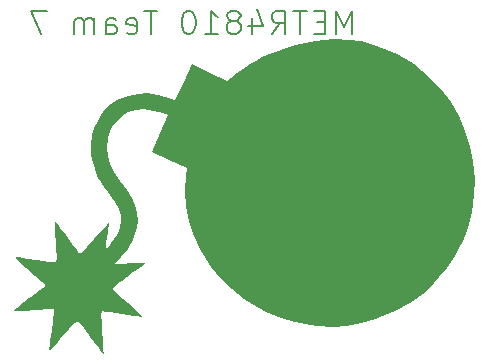
<source format=gbo>
G04 #@! TF.GenerationSoftware,KiCad,Pcbnew,7.0.2-6a45011f42~172~ubuntu20.04.1*
G04 #@! TF.CreationDate,2023-05-13T12:04:57+10:00*
G04 #@! TF.ProjectId,pcb_redesign,7063625f-7265-4646-9573-69676e2e6b69,rev?*
G04 #@! TF.SameCoordinates,Original*
G04 #@! TF.FileFunction,Legend,Bot*
G04 #@! TF.FilePolarity,Positive*
%FSLAX46Y46*%
G04 Gerber Fmt 4.6, Leading zero omitted, Abs format (unit mm)*
G04 Created by KiCad (PCBNEW 7.0.2-6a45011f42~172~ubuntu20.04.1) date 2023-05-13 12:04:57*
%MOMM*%
%LPD*%
G01*
G04 APERTURE LIST*
%ADD10C,0.200000*%
%ADD11C,0.300000*%
G04 APERTURE END LIST*
D10*
X141773809Y-59055238D02*
X141773809Y-57055238D01*
X141773809Y-57055238D02*
X141107142Y-58483809D01*
X141107142Y-58483809D02*
X140440476Y-57055238D01*
X140440476Y-57055238D02*
X140440476Y-59055238D01*
X139488095Y-58007619D02*
X138821428Y-58007619D01*
X138535714Y-59055238D02*
X139488095Y-59055238D01*
X139488095Y-59055238D02*
X139488095Y-57055238D01*
X139488095Y-57055238D02*
X138535714Y-57055238D01*
X137964285Y-57055238D02*
X136821428Y-57055238D01*
X137392857Y-59055238D02*
X137392857Y-57055238D01*
X135011904Y-59055238D02*
X135678571Y-58102857D01*
X136154761Y-59055238D02*
X136154761Y-57055238D01*
X136154761Y-57055238D02*
X135392856Y-57055238D01*
X135392856Y-57055238D02*
X135202380Y-57150476D01*
X135202380Y-57150476D02*
X135107142Y-57245714D01*
X135107142Y-57245714D02*
X135011904Y-57436190D01*
X135011904Y-57436190D02*
X135011904Y-57721904D01*
X135011904Y-57721904D02*
X135107142Y-57912380D01*
X135107142Y-57912380D02*
X135202380Y-58007619D01*
X135202380Y-58007619D02*
X135392856Y-58102857D01*
X135392856Y-58102857D02*
X136154761Y-58102857D01*
X133297618Y-57721904D02*
X133297618Y-59055238D01*
X133773809Y-56960000D02*
X134249999Y-58388571D01*
X134249999Y-58388571D02*
X133011904Y-58388571D01*
X131964285Y-57912380D02*
X132154761Y-57817142D01*
X132154761Y-57817142D02*
X132249999Y-57721904D01*
X132249999Y-57721904D02*
X132345237Y-57531428D01*
X132345237Y-57531428D02*
X132345237Y-57436190D01*
X132345237Y-57436190D02*
X132249999Y-57245714D01*
X132249999Y-57245714D02*
X132154761Y-57150476D01*
X132154761Y-57150476D02*
X131964285Y-57055238D01*
X131964285Y-57055238D02*
X131583332Y-57055238D01*
X131583332Y-57055238D02*
X131392856Y-57150476D01*
X131392856Y-57150476D02*
X131297618Y-57245714D01*
X131297618Y-57245714D02*
X131202380Y-57436190D01*
X131202380Y-57436190D02*
X131202380Y-57531428D01*
X131202380Y-57531428D02*
X131297618Y-57721904D01*
X131297618Y-57721904D02*
X131392856Y-57817142D01*
X131392856Y-57817142D02*
X131583332Y-57912380D01*
X131583332Y-57912380D02*
X131964285Y-57912380D01*
X131964285Y-57912380D02*
X132154761Y-58007619D01*
X132154761Y-58007619D02*
X132249999Y-58102857D01*
X132249999Y-58102857D02*
X132345237Y-58293333D01*
X132345237Y-58293333D02*
X132345237Y-58674285D01*
X132345237Y-58674285D02*
X132249999Y-58864761D01*
X132249999Y-58864761D02*
X132154761Y-58960000D01*
X132154761Y-58960000D02*
X131964285Y-59055238D01*
X131964285Y-59055238D02*
X131583332Y-59055238D01*
X131583332Y-59055238D02*
X131392856Y-58960000D01*
X131392856Y-58960000D02*
X131297618Y-58864761D01*
X131297618Y-58864761D02*
X131202380Y-58674285D01*
X131202380Y-58674285D02*
X131202380Y-58293333D01*
X131202380Y-58293333D02*
X131297618Y-58102857D01*
X131297618Y-58102857D02*
X131392856Y-58007619D01*
X131392856Y-58007619D02*
X131583332Y-57912380D01*
X129297618Y-59055238D02*
X130440475Y-59055238D01*
X129869047Y-59055238D02*
X129869047Y-57055238D01*
X129869047Y-57055238D02*
X130059523Y-57340952D01*
X130059523Y-57340952D02*
X130249999Y-57531428D01*
X130249999Y-57531428D02*
X130440475Y-57626666D01*
X128059523Y-57055238D02*
X127869046Y-57055238D01*
X127869046Y-57055238D02*
X127678570Y-57150476D01*
X127678570Y-57150476D02*
X127583332Y-57245714D01*
X127583332Y-57245714D02*
X127488094Y-57436190D01*
X127488094Y-57436190D02*
X127392856Y-57817142D01*
X127392856Y-57817142D02*
X127392856Y-58293333D01*
X127392856Y-58293333D02*
X127488094Y-58674285D01*
X127488094Y-58674285D02*
X127583332Y-58864761D01*
X127583332Y-58864761D02*
X127678570Y-58960000D01*
X127678570Y-58960000D02*
X127869046Y-59055238D01*
X127869046Y-59055238D02*
X128059523Y-59055238D01*
X128059523Y-59055238D02*
X128249999Y-58960000D01*
X128249999Y-58960000D02*
X128345237Y-58864761D01*
X128345237Y-58864761D02*
X128440475Y-58674285D01*
X128440475Y-58674285D02*
X128535713Y-58293333D01*
X128535713Y-58293333D02*
X128535713Y-57817142D01*
X128535713Y-57817142D02*
X128440475Y-57436190D01*
X128440475Y-57436190D02*
X128345237Y-57245714D01*
X128345237Y-57245714D02*
X128249999Y-57150476D01*
X128249999Y-57150476D02*
X128059523Y-57055238D01*
X125297617Y-57055238D02*
X124154760Y-57055238D01*
X124726189Y-59055238D02*
X124726189Y-57055238D01*
X122726188Y-58960000D02*
X122916664Y-59055238D01*
X122916664Y-59055238D02*
X123297617Y-59055238D01*
X123297617Y-59055238D02*
X123488093Y-58960000D01*
X123488093Y-58960000D02*
X123583331Y-58769523D01*
X123583331Y-58769523D02*
X123583331Y-58007619D01*
X123583331Y-58007619D02*
X123488093Y-57817142D01*
X123488093Y-57817142D02*
X123297617Y-57721904D01*
X123297617Y-57721904D02*
X122916664Y-57721904D01*
X122916664Y-57721904D02*
X122726188Y-57817142D01*
X122726188Y-57817142D02*
X122630950Y-58007619D01*
X122630950Y-58007619D02*
X122630950Y-58198095D01*
X122630950Y-58198095D02*
X123583331Y-58388571D01*
X120916664Y-59055238D02*
X120916664Y-58007619D01*
X120916664Y-58007619D02*
X121011902Y-57817142D01*
X121011902Y-57817142D02*
X121202378Y-57721904D01*
X121202378Y-57721904D02*
X121583331Y-57721904D01*
X121583331Y-57721904D02*
X121773807Y-57817142D01*
X120916664Y-58960000D02*
X121107140Y-59055238D01*
X121107140Y-59055238D02*
X121583331Y-59055238D01*
X121583331Y-59055238D02*
X121773807Y-58960000D01*
X121773807Y-58960000D02*
X121869045Y-58769523D01*
X121869045Y-58769523D02*
X121869045Y-58579047D01*
X121869045Y-58579047D02*
X121773807Y-58388571D01*
X121773807Y-58388571D02*
X121583331Y-58293333D01*
X121583331Y-58293333D02*
X121107140Y-58293333D01*
X121107140Y-58293333D02*
X120916664Y-58198095D01*
X119964283Y-59055238D02*
X119964283Y-57721904D01*
X119964283Y-57912380D02*
X119869045Y-57817142D01*
X119869045Y-57817142D02*
X119678569Y-57721904D01*
X119678569Y-57721904D02*
X119392854Y-57721904D01*
X119392854Y-57721904D02*
X119202378Y-57817142D01*
X119202378Y-57817142D02*
X119107140Y-58007619D01*
X119107140Y-58007619D02*
X119107140Y-59055238D01*
X119107140Y-58007619D02*
X119011902Y-57817142D01*
X119011902Y-57817142D02*
X118821426Y-57721904D01*
X118821426Y-57721904D02*
X118535712Y-57721904D01*
X118535712Y-57721904D02*
X118345235Y-57817142D01*
X118345235Y-57817142D02*
X118249997Y-58007619D01*
X118249997Y-58007619D02*
X118249997Y-59055238D01*
X115964282Y-57055238D02*
X114630949Y-57055238D01*
X114630949Y-57055238D02*
X115488092Y-59055238D01*
D11*
X133342647Y-72991906D02*
X133338284Y-72832246D01*
X133338284Y-72832246D02*
X133428845Y-72638037D01*
X133428845Y-72638037D02*
X133584143Y-72474015D01*
X133584143Y-72474015D02*
X133773989Y-72404917D01*
X133773989Y-72404917D02*
X133933649Y-72400555D01*
X133933649Y-72400555D02*
X134222781Y-72456567D01*
X134222781Y-72456567D02*
X134416990Y-72547128D01*
X134416990Y-72547128D02*
X134645748Y-72732612D01*
X134645748Y-72732612D02*
X134745033Y-72857722D01*
X134745033Y-72857722D02*
X134814132Y-73047569D01*
X134814132Y-73047569D02*
X134788307Y-73271965D01*
X134788307Y-73271965D02*
X134727933Y-73401437D01*
X134727933Y-73401437D02*
X134572636Y-73565459D01*
X134572636Y-73565459D02*
X134477712Y-73600008D01*
X134477712Y-73600008D02*
X134024558Y-73388699D01*
X134024558Y-73388699D02*
X134145307Y-73129754D01*
X132885479Y-73803290D02*
X133209160Y-73954225D01*
X133230623Y-73570170D02*
X133209160Y-73954225D01*
X133209160Y-73954225D02*
X132928753Y-74217533D01*
X133558666Y-73880765D02*
X133209160Y-73954225D01*
X133209160Y-73954225D02*
X133377544Y-74269182D01*
X132402487Y-74839070D02*
X132726168Y-74990005D01*
X132747631Y-74605950D02*
X132726168Y-74990005D01*
X132726168Y-74990005D02*
X132445760Y-75253313D01*
X133075674Y-74916545D02*
X132726168Y-74990005D01*
X132726168Y-74990005D02*
X132894552Y-75304962D01*
X131919495Y-75874851D02*
X132243176Y-76025786D01*
X132264638Y-75641730D02*
X132243176Y-76025786D01*
X132243176Y-76025786D02*
X131962768Y-76289093D01*
X132592682Y-75952325D02*
X132243176Y-76025786D01*
X132243176Y-76025786D02*
X132411560Y-76340743D01*
G36*
X141489209Y-59517658D02*
G01*
X142573103Y-59673752D01*
X143648001Y-59954696D01*
X144757855Y-60367318D01*
X145569980Y-60734660D01*
X146316430Y-61137320D01*
X147013749Y-61593097D01*
X147723018Y-62138474D01*
X148343654Y-62683156D01*
X149305984Y-63699337D01*
X150136613Y-64808425D01*
X150831789Y-65997476D01*
X151387758Y-67253548D01*
X151800768Y-68563699D01*
X152067064Y-69914986D01*
X152182894Y-71294469D01*
X152144503Y-72689203D01*
X151948139Y-74086248D01*
X151590049Y-75472659D01*
X151413952Y-75947234D01*
X151150940Y-76539910D01*
X150834737Y-77175313D01*
X150490371Y-77805627D01*
X150142866Y-78383040D01*
X149817250Y-78859734D01*
X149673071Y-79049540D01*
X148760754Y-80107839D01*
X147764296Y-81026723D01*
X146670864Y-81815643D01*
X145467628Y-82484055D01*
X144141757Y-83041413D01*
X143802572Y-83160391D01*
X142565565Y-83517618D01*
X141366727Y-83734421D01*
X140169597Y-83815885D01*
X138937713Y-83767094D01*
X138291054Y-83695319D01*
X136980071Y-83450231D01*
X135735846Y-83070961D01*
X134526298Y-82546653D01*
X133319339Y-81866455D01*
X132682243Y-81447364D01*
X131607102Y-80625761D01*
X130669621Y-79740489D01*
X129851683Y-78773541D01*
X129135173Y-77706905D01*
X128879500Y-77249893D01*
X128378370Y-76121466D01*
X128006307Y-74912213D01*
X127768892Y-73648343D01*
X127671705Y-72356065D01*
X127720326Y-71061589D01*
X127786400Y-70372490D01*
X126317804Y-69688253D01*
X124849208Y-69004018D01*
X125542374Y-67463349D01*
X126235540Y-65922681D01*
X125778789Y-65754326D01*
X124988040Y-65518668D01*
X124206448Y-65414121D01*
X123494632Y-65462753D01*
X122853602Y-65664372D01*
X122284363Y-66018782D01*
X121787924Y-66525788D01*
X121668364Y-66682342D01*
X121415639Y-67077525D01*
X121249541Y-67478957D01*
X121134137Y-67965785D01*
X121059104Y-68679986D01*
X121115067Y-69385667D01*
X121315017Y-70069952D01*
X121665446Y-70754699D01*
X122172850Y-71461767D01*
X122230093Y-71532826D01*
X122767171Y-72257271D01*
X123166874Y-72923900D01*
X123438984Y-73554976D01*
X123593287Y-74172767D01*
X123639568Y-74799538D01*
X123635216Y-74963261D01*
X123522364Y-75736874D01*
X123254013Y-76485436D01*
X122825584Y-77219195D01*
X122232497Y-77948401D01*
X121687550Y-78536336D01*
X122032710Y-78523631D01*
X122193033Y-78515574D01*
X122514122Y-78495211D01*
X122913179Y-78466984D01*
X123338656Y-78434417D01*
X123757922Y-78405544D01*
X124098527Y-78395874D01*
X124284048Y-78412869D01*
X124321139Y-78457251D01*
X124216455Y-78529745D01*
X124116214Y-78590723D01*
X123912513Y-78729589D01*
X123667172Y-78906448D01*
X123443505Y-79071344D01*
X123116249Y-79311934D01*
X122739386Y-79588525D01*
X122357642Y-79868268D01*
X122299111Y-79911329D01*
X121979310Y-80154606D01*
X121723246Y-80362748D01*
X121555729Y-80514837D01*
X121501575Y-80589957D01*
X121504860Y-80595584D01*
X121593771Y-80689137D01*
X121787298Y-80872734D01*
X122065723Y-81128242D01*
X122409331Y-81437533D01*
X122798406Y-81782477D01*
X122875283Y-81850324D01*
X123250954Y-82187145D01*
X123572033Y-82483648D01*
X123820134Y-82722236D01*
X123976874Y-82885315D01*
X124023864Y-82955285D01*
X124020704Y-82957327D01*
X123907927Y-82958456D01*
X123657619Y-82935419D01*
X123295958Y-82891370D01*
X122849123Y-82829463D01*
X122343293Y-82752850D01*
X122284618Y-82743639D01*
X121780030Y-82666719D01*
X121334153Y-82602687D01*
X120974092Y-82555141D01*
X120726946Y-82527684D01*
X120619819Y-82523915D01*
X120593287Y-82558185D01*
X120570329Y-82695973D01*
X120564853Y-82950074D01*
X120577088Y-83333494D01*
X120607265Y-83859236D01*
X120655615Y-84540304D01*
X120661442Y-84619308D01*
X120681187Y-84921736D01*
X120691462Y-85141501D01*
X120690129Y-85235545D01*
X120687946Y-85269018D01*
X120699110Y-85430718D01*
X120726308Y-85673265D01*
X120741078Y-85810003D01*
X120749966Y-86008782D01*
X120734314Y-86093823D01*
X120725787Y-86089201D01*
X120637941Y-85991697D01*
X120470396Y-85783096D01*
X120238531Y-85483207D01*
X119957730Y-85111838D01*
X119643371Y-84688797D01*
X119549515Y-84561649D01*
X119242326Y-84148093D01*
X118972940Y-83789313D01*
X118756910Y-83505777D01*
X118609789Y-83317950D01*
X118547129Y-83246299D01*
X118545978Y-83246018D01*
X118470401Y-83303901D01*
X118309725Y-83466042D01*
X118086785Y-83708408D01*
X117824414Y-84006968D01*
X117777349Y-84061582D01*
X117267188Y-84649854D01*
X116858768Y-85112872D01*
X116547082Y-85456037D01*
X116327117Y-85684753D01*
X116193863Y-85804423D01*
X116142309Y-85820446D01*
X116141410Y-85815156D01*
X116149411Y-85691002D01*
X116178890Y-85430040D01*
X116226475Y-85058779D01*
X116288790Y-84603727D01*
X116362459Y-84091390D01*
X116374585Y-84008629D01*
X116446786Y-83503917D01*
X116507253Y-83060970D01*
X116552586Y-82706204D01*
X116579388Y-82466033D01*
X116584262Y-82366876D01*
X116580507Y-82363641D01*
X116466571Y-82352195D01*
X116214050Y-82352545D01*
X115848751Y-82363933D01*
X115396480Y-82385603D01*
X114883045Y-82416798D01*
X114802111Y-82422143D01*
X114290374Y-82453442D01*
X113839139Y-82476899D01*
X113475501Y-82491402D01*
X113226559Y-82495840D01*
X113119407Y-82489104D01*
X113117624Y-82480931D01*
X113194913Y-82395045D01*
X113385529Y-82230372D01*
X113670733Y-82002038D01*
X114031784Y-81725175D01*
X114449944Y-81414912D01*
X114572049Y-81325245D01*
X114981351Y-81018054D01*
X115331651Y-80745018D01*
X115603234Y-80522174D01*
X115776380Y-80365562D01*
X115831371Y-80291222D01*
X115759544Y-80210031D01*
X115579880Y-80037446D01*
X115313093Y-79792513D01*
X114979875Y-79494230D01*
X114600918Y-79161595D01*
X114225553Y-78833026D01*
X113883511Y-78529530D01*
X113604540Y-78277696D01*
X113410374Y-78097150D01*
X113322748Y-78007518D01*
X113316620Y-77992795D01*
X113378311Y-77961783D01*
X113572677Y-77960807D01*
X113906378Y-77990575D01*
X114386072Y-78051792D01*
X115018420Y-78145164D01*
X115810081Y-78271400D01*
X116034813Y-78306644D01*
X116362814Y-78352035D01*
X116605396Y-78377877D01*
X116721871Y-78379353D01*
X116721890Y-78379347D01*
X116760920Y-78287920D01*
X116779433Y-78074229D01*
X116773423Y-77784522D01*
X116771831Y-77759238D01*
X116751342Y-77440547D01*
X116723258Y-77011612D01*
X116691073Y-76525475D01*
X116658277Y-76035180D01*
X116648267Y-75876482D01*
X116629649Y-75477960D01*
X116624407Y-75161202D01*
X116632637Y-74955213D01*
X116654436Y-74889001D01*
X116655220Y-74889393D01*
X116734078Y-74970958D01*
X116889113Y-75161404D01*
X117098255Y-75432764D01*
X117339431Y-75757064D01*
X117369848Y-75798634D01*
X117772407Y-76348408D01*
X118087567Y-76776877D01*
X118327080Y-77098465D01*
X118502696Y-77327595D01*
X118626164Y-77478693D01*
X118709237Y-77566184D01*
X118763664Y-77604492D01*
X118801195Y-77608042D01*
X118833582Y-77591257D01*
X118912091Y-77516541D01*
X119085036Y-77333666D01*
X119331221Y-77065015D01*
X119631030Y-76732004D01*
X119964847Y-76356054D01*
X120305084Y-75970083D01*
X120623335Y-75609336D01*
X120854431Y-75349619D01*
X121012324Y-75177067D01*
X121110967Y-75077816D01*
X121164311Y-75038003D01*
X121186306Y-75043762D01*
X121190907Y-75081231D01*
X121192063Y-75136545D01*
X121182570Y-75273197D01*
X121149370Y-75538490D01*
X121097689Y-75894141D01*
X121032758Y-76301894D01*
X120973859Y-76693892D01*
X120939840Y-77011960D01*
X120937056Y-77205805D01*
X120966944Y-77254608D01*
X120976492Y-77248172D01*
X121178267Y-77059792D01*
X121416347Y-76764419D01*
X121659819Y-76407210D01*
X121877775Y-76033323D01*
X122039305Y-75687918D01*
X122140677Y-75387488D01*
X122230526Y-74867367D01*
X122195791Y-74355871D01*
X122030784Y-73829978D01*
X121729818Y-73266662D01*
X121287209Y-72642902D01*
X121127901Y-72436768D01*
X120781726Y-71970111D01*
X120517292Y-71574643D01*
X120311543Y-71211083D01*
X120141418Y-70840149D01*
X119983861Y-70422560D01*
X119914299Y-70212777D01*
X119704951Y-69296207D01*
X119659987Y-68411880D01*
X119779342Y-67562858D01*
X120062950Y-66752203D01*
X120162093Y-66544105D01*
X120521725Y-65899711D01*
X120912249Y-65388761D01*
X121363073Y-64983328D01*
X121903603Y-64655476D01*
X122563248Y-64377272D01*
X122822403Y-64290291D01*
X123658066Y-64102932D01*
X124490742Y-64066324D01*
X125346157Y-64180954D01*
X126250035Y-64447311D01*
X126828695Y-64658827D01*
X127539078Y-63135405D01*
X128249461Y-61611984D01*
X129742184Y-62308053D01*
X131234908Y-63004120D01*
X131549672Y-62729166D01*
X131640947Y-62651595D01*
X132056629Y-62330500D01*
X132562944Y-61975839D01*
X133111448Y-61619407D01*
X133653696Y-61292993D01*
X134141243Y-61028394D01*
X134568410Y-60823843D01*
X135734554Y-60352111D01*
X136958988Y-59968997D01*
X138188093Y-59689871D01*
X139368242Y-59530102D01*
X140352369Y-59479587D01*
X141489209Y-59517658D01*
G37*
%LPC*%
%LPD*%
M02*

</source>
